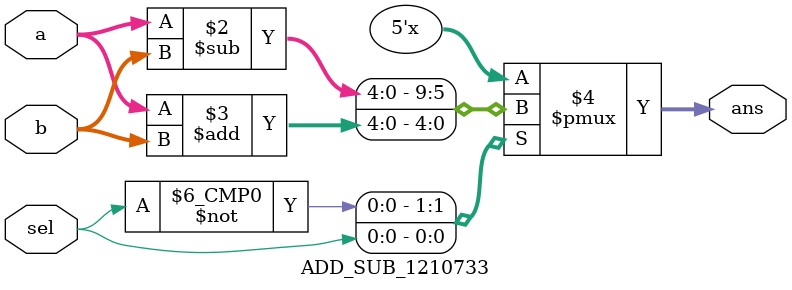
<source format=v>
module ADD_SUB_1210733#(parameter n=4)(a,b,sel,ans);
input signed [n-1:0]a,b  ; // input size is n
input sel ; // 0 or 1
output reg signed [n:0] ans ; // output size is n+1
always@(a,b,sel)
begin 
	// if the selection is 0 , the block will work as subtracter 
	// and if the selection is 1 , the block will work as adder	
	case(sel)
		1'b0 : ans = a-b ;
		1'b1 : ans = a+b ;
	endcase ;
end
endmodule 
</source>
